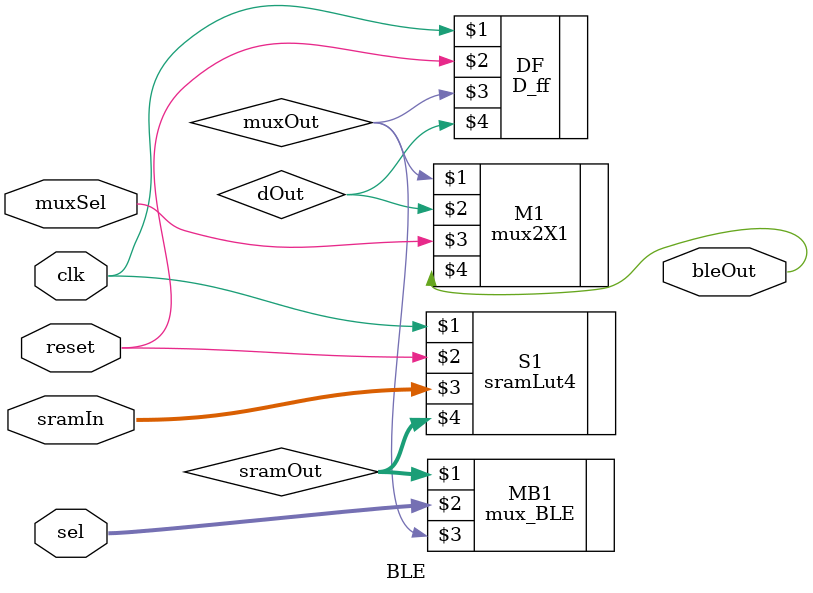
<source format=v>
`timescale 1ns / 1ps

module BLE(input clk, input reset, input [15:0] sramIn, input [3:0] sel, input muxSel,output bleOut
    );
	 
	wire [15:0] sramOut;
	sramLut4 S1( clk,  reset,  sramIn,  sramOut);
	wire muxout;
	mux_BLE MB1( sramOut  , sel, muxOut);
	wire dOut;
	D_ff DF(  clk,  reset, muxOut, dOut);
	mux2X1 M1( muxOut,  dOut, muxSel,   bleOut  );

endmodule

</source>
